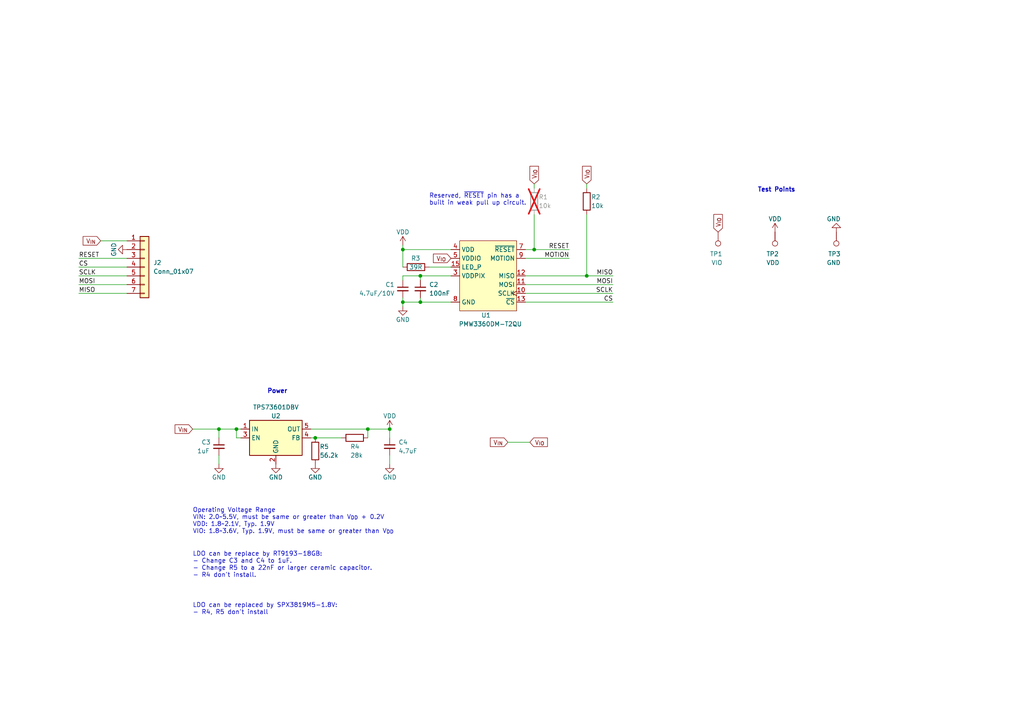
<source format=kicad_sch>
(kicad_sch (version 20231120) (generator "eeschema") (generator_version "8.0")
  (paper "A4")
  (title_block (title "PMW3389 PCB") (date "2023-06-29") (rev "P.0") (company "SideraKB/svofski") (comment 1 "MIT License, Open Source Hardware") (comment 2 "PMW3360DM-T2QU optical mouse sensor breakout board") (comment 3 "2.54mm Pin Header"))
  (lib_symbols
    (symbol "Connector:TestPoint" (pin_numbers hide) (pin_names (offset 0.762) hide)
      (property "Reference" "TP" (at 0 6.858 0))
      (property "Value" "TestPoint" (at 0 5.08 0))
      (symbol "TestPoint_0_1"
        (circle (center 0 3.302) (radius 0.762))
      )
      (symbol "TestPoint_1_1"
        (pin passive line (at 0 0 90) (length 2.54) (name "1") (number "1"))
      )
    )
    (symbol "Connector_Generic:Conn_01x07" (pin_names (offset 1.016) hide)
      (property "Reference" "J" (at 0 10.16 0))
      (property "Value" "Conn_01x07" (at 0 -10.16 0))
      (symbol "Conn_01x07_1_1"
        (rectangle (start -1.27 -7.493) (end 0 -7.747) (stroke (width 0.1524)))
        (rectangle (start -1.27 -4.953) (end 0 -5.207) (stroke (width 0.1524)))
        (rectangle (start -1.27 -2.413) (end 0 -2.667) (stroke (width 0.1524)))
        (rectangle (start -1.27 0.127) (end 0 -0.127) (stroke (width 0.1524)))
        (rectangle (start -1.27 2.667) (end 0 2.413) (stroke (width 0.1524)))
        (rectangle (start -1.27 5.207) (end 0 4.953) (stroke (width 0.1524)))
        (rectangle (start -1.27 7.747) (end 0 7.493) (stroke (width 0.1524)))
        (rectangle (start -1.27 8.89) (end 1.27 -8.89) (stroke (width 0.254)) (fill (type background)))
        (pin passive line (at -5.08 7.62 0) (length 3.81) (name "Pin_1") (number "1"))
        (pin passive line (at -5.08 5.08 0) (length 3.81) (name "Pin_2") (number "2"))
        (pin passive line (at -5.08 2.54 0) (length 3.81) (name "Pin_3") (number "3"))
        (pin passive line (at -5.08 0 0) (length 3.81) (name "Pin_4") (number "4"))
        (pin passive line (at -5.08 -2.54 0) (length 3.81) (name "Pin_5") (number "5"))
        (pin passive line (at -5.08 -5.08 0) (length 3.81) (name "Pin_6") (number "6"))
        (pin passive line (at -5.08 -7.62 0) (length 3.81) (name "Pin_7") (number "7"))
      )
    )
    (symbol "Device:C_Small" (pin_numbers hide) (pin_names (offset 0.254) hide)
      (property "Reference" "C" (at 0.254 1.778 0))
      (property "Value" "C_Small" (at 0.254 -2.032 0))
      (symbol "C_Small_0_1"
        (polyline (pts (xy -1.524 -0.508) (xy 1.524 -0.508)) (stroke (width 0.3302)))
        (polyline (pts (xy -1.524 0.508) (xy 1.524 0.508)) (stroke (width 0.3048)))
      )
      (symbol "C_Small_1_1"
        (pin passive line (at 0 2.54 270) (length 2.032) (name "~") (number "1"))
        (pin passive line (at 0 -2.54 90) (length 2.032) (name "~") (number "2"))
      )
    )
    (symbol "Device:R" (pin_numbers hide) (pin_names (offset 0))
      (property "Reference" "R" (at 2.032 0 90))
      (property "Value" "R" (at 0 0 90))
      (symbol "R_0_1"
        (rectangle (start -1.016 -2.54) (end 1.016 2.54) (stroke (width 0.254)))
      )
      (symbol "R_1_1"
        (pin passive line (at 0 3.81 270) (length 1.27) (name "~") (number "1"))
        (pin passive line (at 0 -3.81 90) (length 1.27) (name "~") (number "2"))
      )
    )
    (symbol "PMW3360_PCB:PMW3360DM-T2QU"
      (property "Reference" "U?" (at -6.35 -13.97 0))
      (property "Value" "PMW3360DM-T2QU" (at 1.27 -11.43 0))
      (symbol "PMW3360DM-T2QU_0_1"
        (rectangle (start -7.62 10.16) (end 8.89 -10.16) (fill (type background)))
      )
      (symbol "PMW3360DM-T2QU_1_1"
        (pin no_connect line (at -1.27 13.97 180) (length 2.54) hide (name "NC") (number "1"))
        (pin input clock (at 11.43 -5.08 180) (length 2.54) (name "SCLK") (number "10"))
        (pin input line (at 11.43 -2.54 180) (length 2.54) (name "MOSI") (number "11"))
        (pin output line (at 11.43 0 180) (length 2.54) (name "MISO") (number "12"))
        (pin input line (at 11.43 -7.62 180) (length 2.54) (name "~{CS}") (number "13"))
        (pin no_connect inverted (at -1.27 19.05 180) (length 2.54) hide (name "NC") (number "14"))
        (pin power_in line (at -10.16 2.54 0) (length 2.54) (name "LED_P") (number "15"))
        (pin no_connect line (at -1.27 21.59 180) (length 2.54) hide (name "NC") (number "16"))
        (pin no_connect line (at -1.27 16.51 180) (length 2.54) hide (name "NC") (number "2"))
        (pin power_out line (at -10.16 0 0) (length 2.54) (name "VDDPIX") (number "3"))
        (pin power_in line (at -10.16 7.62 0) (length 2.54) (name "VDD") (number "4"))
        (pin power_in line (at -10.16 5.08 0) (length 2.54) (name "VDDIO") (number "5"))
        (pin no_connect line (at -1.27 11.43 180) (length 2.54) hide (name "NC") (number "6"))
        (pin input line (at 11.43 7.62 180) (length 2.54) (name "~{RESET}") (number "7"))
        (pin power_in line (at -10.16 -7.62 0) (length 2.54) (name "GND") (number "8"))
        (pin output line (at 11.43 5.08 180) (length 2.54) (name "MOTION") (number "9"))
      )
    )
    (symbol "Regulator_Linear:TPS73601DBV"
      (property "Reference" "U" (at -6.35 6.35 0))
      (property "Value" "TPS73601DBV" (at 0 6.35 0))
      (symbol "TPS73601DBV_0_1"
        (rectangle (start -7.62 -5.08) (end 7.62 5.08) (stroke (width 0.254)) (fill (type background)))
      )
      (symbol "TPS73601DBV_1_1"
        (pin power_in line (at -10.16 2.54 0) (length 2.54) (name "IN") (number "1"))
        (pin power_in line (at 0 -7.62 90) (length 2.54) (name "GND") (number "2"))
        (pin input line (at -10.16 0 0) (length 2.54) (name "EN") (number "3"))
        (pin input line (at 10.16 0 180) (length 2.54) (name "FB") (number "4"))
        (pin power_out line (at 10.16 2.54 180) (length 2.54) (name "OUT") (number "5"))
      )
    )
    (symbol "power:GND" (power) (pin_names (offset 0))
      (property "Value" "GND" (at 0 -3.81 0))
      (symbol "GND_0_1"
        (polyline (pts (xy 0 0) (xy 0 -1.27) (xy 1.27 -1.27) (xy 0 -2.54) (xy -1.27 -1.27) (xy 0 -1.27)))
      )
      (symbol "GND_1_1"
        (pin power_in line (at 0 0 270) (length 0) hide (name "GND") (number "1"))
      )
    )
    (symbol "power:VDD" (power) (pin_names (offset 0))
      (property "Value" "VDD" (at 0 3.81 0))
      (symbol "VDD_0_1"
        (polyline (pts (xy -0.762 1.27) (xy 0 2.54)))
        (polyline (pts (xy 0 0) (xy 0 2.54)))
        (polyline (pts (xy 0 2.54) (xy 0.762 1.27)))
      )
      (symbol "VDD_1_1"
        (pin power_in line (at 0 0 90) (length 0) hide (name "VDD") (number "1"))
      )
    )
  )
  (junction (at 63.5 124.46))
  (junction (at 91.44 127))
  (junction (at 170.18 80.01))
  (junction (at 106.68 124.46))
  (junction (at 121.92 87.63))
  (junction (at 68.58 124.46))
  (junction (at 121.92 80.01))
  (junction (at 113.03 124.46))
  (junction (at 116.84 72.39))
  (junction (at 154.94 72.39))
  (junction (at 116.84 87.63))
  (wire (pts (xy 22.86 82.55) (xy 36.83 82.55)))
  (wire (pts (xy 154.94 54.61) (xy 154.94 53.34)))
  (wire (pts (xy 63.5 127) (xy 63.5 124.46)))
  (wire (pts (xy 121.92 87.63) (xy 130.81 87.63)))
  (wire (pts (xy 121.92 81.28) (xy 121.92 80.01)))
  (wire (pts (xy 69.85 127) (xy 68.58 127)))
  (wire (pts (xy 113.03 134.62) (xy 113.03 132.08)))
  (wire (pts (xy 154.94 62.23) (xy 154.94 72.39)))
  (wire (pts (xy 106.68 124.46) (xy 113.03 124.46)))
  (wire (pts (xy 154.94 72.39) (xy 165.1 72.39)))
  (wire (pts (xy 152.4 72.39) (xy 154.94 72.39)))
  (wire (pts (xy 152.4 85.09) (xy 177.8 85.09)))
  (wire (pts (xy 22.86 77.47) (xy 36.83 77.47)))
  (wire (pts (xy 116.84 80.01) (xy 116.84 81.28)))
  (wire (pts (xy 116.84 71.12) (xy 116.84 72.39)))
  (wire (pts (xy 152.4 74.93) (xy 165.1 74.93)))
  (wire (pts (xy 170.18 62.23) (xy 170.18 80.01)))
  (wire (pts (xy 63.5 134.62) (xy 63.5 132.08)))
  (wire (pts (xy 106.68 124.46) (xy 106.68 127)))
  (wire (pts (xy 29.21 69.85) (xy 36.83 69.85)))
  (wire (pts (xy 121.92 86.36) (xy 121.92 87.63)))
  (wire (pts (xy 68.58 124.46) (xy 69.85 124.46)))
  (wire (pts (xy 121.92 80.01) (xy 130.81 80.01)))
  (wire (pts (xy 170.18 80.01) (xy 177.8 80.01)))
  (wire (pts (xy 68.58 124.46) (xy 68.58 127)))
  (wire (pts (xy 63.5 124.46) (xy 68.58 124.46)))
  (wire (pts (xy 152.4 87.63) (xy 177.8 87.63)))
  (wire (pts (xy 116.84 72.39) (xy 130.81 72.39)))
  (wire (pts (xy 22.86 80.01) (xy 36.83 80.01)))
  (wire (pts (xy 116.84 80.01) (xy 121.92 80.01)))
  (wire (pts (xy 22.86 85.09) (xy 36.83 85.09)))
  (wire (pts (xy 22.86 74.93) (xy 36.83 74.93)))
  (wire (pts (xy 116.84 87.63) (xy 116.84 88.9)))
  (wire (pts (xy 99.06 127) (xy 91.44 127)))
  (wire (pts (xy 113.03 127) (xy 113.03 124.46)))
  (wire (pts (xy 152.4 80.01) (xy 170.18 80.01)))
  (wire (pts (xy 116.84 72.39) (xy 116.84 77.47)))
  (wire (pts (xy 116.84 87.63) (xy 121.92 87.63)))
  (wire (pts (xy 124.46 77.47) (xy 130.81 77.47)))
  (wire (pts (xy 90.17 124.46) (xy 106.68 124.46)))
  (wire (pts (xy 147.32 128.27) (xy 153.67 128.27)))
  (wire (pts (xy 91.44 127) (xy 90.17 127)))
  (wire (pts (xy 152.4 82.55) (xy 177.8 82.55)))
  (wire (pts (xy 116.84 87.63) (xy 116.84 86.36)))
  (wire (pts (xy 170.18 54.61) (xy 170.18 53.34)))
  (wire (pts (xy 55.88 124.46) (xy 63.5 124.46)))
  (text "Reserved, ~{RESET} pin has a \nbuilt in weak pull up circuit." (at 124.46 59.69 0) (effects (font (size 1.27 1.27)) (justify left bottom)))
  (text "LDO can be replaced by SPX3819M5-1.8V:\n- R4, R5 don't install" (at 55.88 178.435 0) (effects (font (size 1.27 1.27)) (justify left bottom)))
  (text "Operating Voltage Range\nVIN: 2.0~5.5V, must be same or greater than V_{DD} + 0.2V\nVDD: 1.8~2.1V, Typ. 1.9V\nVIO: 1.8~3.6V, Typ. 1.9V, must be same or greater than V_{DD}" (at 55.88 154.94 0) (effects (font (size 1.27 1.27)) (justify left bottom)))
  (text "LDO can be replace by RT9193-18GB:\n- Change C3 and C4 to 1uF.\n- Change R5 to a 22nF or larger ceramic capacitor.\n- R4 don't install." (at 55.88 167.64 0) (effects (font (size 1.27 1.27)) (justify left bottom)))
  (text "Test Points" (at 219.71 55.88 0) (effects (font (size 1.27 1.27) (thickness 0.254) (bold yes)) (justify left bottom)))
  (text "Power" (at 77.47 114.3 0) (effects (font (size 1.27 1.27) (thickness 0.254) (bold yes)) (justify left bottom)))
  (label "SCLK" (at 177.8 85.09 180))
  (label "MOSI" (at 22.86 82.55 0))
  (label "RESET" (at 165.1 72.39 180))
  (label "MOSI" (at 177.8 82.55 180))
  (label "SCLK" (at 22.86 80.01 0))
  (label "MOTION" (at 165.1 74.93 180))
  (label "CS" (at 22.86 77.47 0))
  (label "MISO" (at 22.86 85.09 0))
  (label "MISO" (at 177.8 80.01 180))
  (label "RESET" (at 22.86 74.93 0))
  (label "CS" (at 177.8 87.63 180))
  (global_label "V_{IO}" (shape input) (at 154.94 53.34 90) (property "Intersheetrefs" "${INTERSHEET_REFS}" (effects (hide yes))))
  (global_label "V_{IO}" (shape input) (at 153.67 128.27 0) (property "Intersheetrefs" "${INTERSHEET_REFS}" (effects (hide yes))))
  (global_label "V_{IN}" (shape input) (at 147.32 128.27 180) (property "Intersheetrefs" "${INTERSHEET_REFS}" (effects (hide yes))))
  (global_label "V_{IO}" (shape input) (at 208.28 67.31 90) (property "Intersheetrefs" "${INTERSHEET_REFS}" (effects (hide yes))))
  (global_label "V_{IN}" (shape input) (at 55.88 124.46 180) (property "Intersheetrefs" "${INTERSHEET_REFS}" (effects (hide yes))))
  (global_label "V_{IO}" (shape input) (at 130.81 74.93 180) (property "Intersheetrefs" "${INTERSHEET_REFS}" (effects (hide yes))))
  (global_label "V_{IN}" (shape input) (at 29.21 69.85 180) (property "Intersheetrefs" "${INTERSHEET_REFS}" (effects (hide yes))))
  (global_label "V_{IO}" (shape input) (at 170.18 53.34 90) (property "Intersheetrefs" "${INTERSHEET_REFS}" (effects (hide yes))))
  (symbol (lib_id "power:GND") (at 80.01 134.62 0) (unit 1)
    (property "Reference" "#PWR013" (effects (hide yes)))
    (property "Value" "GND" (at 80.01 138.43 0))
  )
  (symbol (lib_id "PMW3360_PCB:PMW3360DM-T2QU") (at 140.97 80.01 0) (unit 1)
    (property "Reference" "U1" (at 140.97 91.44 0))
    (property "Value" "PMW3360DM-T2QU" (at 142.24 93.98 0))
    (property "Footprint" "PMW3360_PCB:PMW3360DM-T2QU 16Pin" (effects (hide yes)))
    (property "Datasheet" "https://www.pixart.com/products-detail/tw/10/PMW3360DM-T2QU" (effects (hide yes)))
  )
  (symbol (lib_id "Connector:TestPoint") (at 224.79 67.31 180) (unit 1)
    (property "Reference" "TP2" (at 222.25 73.66 0) (effects (justify right)))
    (property "Value" "VDD" (at 222.25 76.2 0) (effects (justify right)))
    (property "Footprint" "TestPoint:TestPoint_Pad_D1.5mm" (effects (hide yes)))
  )
  (symbol (lib_id "Connector_Generic:Conn_01x07") (at 41.91 77.47 0) (unit 1)
    (property "Reference" "J2" (at 44.45 76.2 0) (effects (justify left)))
    (property "Value" "Conn_01x07" (at 44.45 78.74 0) (effects (justify left)))
    (property "Footprint" "PCB_Edge_Connectors:EDGE-2.54-7x" (effects (hide yes)))
  )
  (symbol (lib_id "Device:C_Small") (at 63.5 129.54 0) (unit 1)
    (property "Reference" "C3" (at 58.42 128.27 0) (effects (justify left)))
    (property "Value" "1uF" (at 57.15 130.81 0) (effects (justify left)))
    (property "Footprint" "Capacitor_SMD:C_0603_1608Metric_Pad1.08x0.95mm_HandSolder" (effects (hide yes)))
  )
  (symbol (lib_id "Regulator_Linear:TPS73601DBV") (at 80.01 127 0) (unit 1)
    (property "Reference" "U2" (at 80.01 120.65 0))
    (property "Value" "TPS73601DBV" (at 80.01 118.11 0))
    (property "Footprint" "Package_TO_SOT_SMD:SOT-23-5" (effects (hide yes)))
    (property "Datasheet" "http://www.ti.com/lit/ds/symlink/tps736.pdf" (effects (hide yes)))
  )
  (symbol (lib_id "Connector:TestPoint") (at 208.28 67.31 180) (unit 1)
    (property "Reference" "TP1" (at 209.55 73.66 0) (effects (justify left)))
    (property "Value" "VIO" (at 209.55 76.2 0) (effects (justify left)))
    (property "Footprint" "TestPoint:TestPoint_Pad_D1.5mm" (effects (hide yes)))
  )
  (symbol (lib_id "power:VDD") (at 113.03 124.46 0) (unit 1)
    (property "Reference" "#PWR011" (effects (hide yes)))
    (property "Value" "VDD" (at 113.03 120.65 0))
  )
  (symbol (lib_id "Device:C_Small") (at 121.92 83.82 0) (unit 1)
    (property "Reference" "C2" (at 124.46 82.55 0) (effects (justify left)))
    (property "Value" "100nF" (at 124.46 85.09 0) (effects (justify left)))
    (property "Footprint" "Capacitor_SMD:C_0603_1608Metric_Pad1.08x0.95mm_HandSolder" (effects (hide yes)))
  )
  (symbol (lib_id "Device:R") (at 170.18 58.42 0) (unit 1)
    (property "Reference" "R2" (at 171.45 57.15 0) (effects (justify left)))
    (property "Value" "10k" (at 171.45 59.69 0) (effects (justify left)))
    (property "Footprint" "Resistor_SMD:R_0603_1608Metric_Pad0.98x0.95mm_HandSolder" (effects (hide yes)))
  )
  (symbol (lib_id "power:VDD") (at 116.84 71.12 0) (unit 1)
    (property "Reference" "#PWR03" (effects (hide yes)))
    (property "Value" "VDD" (at 116.84 67.31 0))
  )
  (symbol (lib_id "power:GND") (at 242.57 67.31 180) (unit 1)
    (property "Reference" "#PWR02" (effects (hide yes)))
    (property "Value" "GND" (at 243.84 63.5 0) (effects (justify left)))
  )
  (symbol (lib_id "Device:C_Small") (at 113.03 129.54 0) (unit 1)
    (property "Reference" "C4" (at 115.57 128.2763 0) (effects (justify left)))
    (property "Value" "4.7uF" (at 115.57 130.8163 0) (effects (justify left)))
    (property "Footprint" "Capacitor_SMD:C_0603_1608Metric_Pad1.08x0.95mm_HandSolder" (effects (hide yes)))
  )
  (symbol (lib_id "Device:R") (at 102.87 127 270) (unit 1)
    (property "Reference" "R4" (at 101.6 129.54 90) (effects (justify left)))
    (property "Value" "28k" (at 101.6 132.08 90) (effects (justify left)))
    (property "Footprint" "Resistor_SMD:R_0603_1608Metric_Pad0.98x0.95mm_HandSolder" (effects (hide yes)))
  )
  (symbol (lib_id "Device:R") (at 91.44 130.81 0) (unit 1)
    (property "Reference" "R5" (at 92.71 129.54 0) (effects (justify left)))
    (property "Value" "56.2k" (at 92.71 132.08 0) (effects (justify left)))
    (property "Footprint" "Resistor_SMD:R_0603_1608Metric_Pad0.98x0.95mm_HandSolder" (effects (hide yes)))
  )
  (symbol (lib_id "power:GND") (at 63.5 134.62 0) (unit 1)
    (property "Reference" "#PWR012" (effects (hide yes)))
    (property "Value" "GND" (at 63.5 138.43 0))
  )
  (symbol (lib_id "power:GND") (at 116.84 88.9 0) (unit 1)
    (property "Reference" "#PWR05" (effects (hide yes)))
    (property "Value" "GND" (at 116.84 92.71 0))
  )
  (symbol (lib_id "power:VDD") (at 224.79 67.31 0) (unit 1)
    (property "Reference" "#PWR01" (effects (hide yes)))
    (property "Value" "VDD" (at 224.79 63.5 0))
  )
  (symbol (lib_id "power:GND") (at 91.44 134.62 0) (unit 1)
    (property "Reference" "#PWR014" (effects (hide yes)))
    (property "Value" "GND" (at 91.44 138.43 0))
  )
  (symbol (lib_id "Device:R") (at 120.65 77.47 90) (unit 1)
    (property "Reference" "R3" (at 121.92 74.93 90) (effects (justify left)))
    (property "Value" "39R" (at 122.555 77.47 90) (effects (justify left)))
    (property "Footprint" "Resistor_SMD:R_0603_1608Metric_Pad0.98x0.95mm_HandSolder" (effects (hide yes)))
  )
  (symbol (lib_id "Device:C_Small") (at 116.84 83.82 0) (unit 1)
    (property "Reference" "C1" (at 111.76 82.55 0) (effects (justify left)))
    (property "Value" "4.7uF/10V" (at 104.14 85.09 0) (effects (justify left)))
    (property "Footprint" "Capacitor_SMD:C_0603_1608Metric_Pad1.08x0.95mm_HandSolder" (effects (hide yes)))
  )
  (symbol (lib_id "power:GND") (at 113.03 134.62 0) (unit 1)
    (property "Reference" "#PWR015" (effects (hide yes)))
    (property "Value" "GND" (at 113.03 138.43 0))
  )
  (symbol (lib_id "Device:R") (at 154.94 58.42 0) (unit 1) (dnp yes)
    (property "Reference" "R1" (at 156.21 57.15 0) (effects (justify left)))
    (property "Value" "10k" (at 156.21 59.69 0) (effects (justify left)))
    (property "Footprint" "Resistor_SMD:R_0603_1608Metric_Pad0.98x0.95mm_HandSolder" (effects (hide yes)))
  )
  (symbol (lib_id "Connector:TestPoint") (at 242.57 67.31 180) (unit 1)
    (property "Reference" "TP3" (at 243.84 73.66 0) (effects (justify left)))
    (property "Value" "GND" (at 243.84 76.2 0) (effects (justify left)))
    (property "Footprint" "TestPoint:TestPoint_Pad_D1.5mm" (effects (hide yes)))
  )
  (symbol (lib_id "power:GND") (at 36.83 72.39 270) (unit 1)
    (property "Reference" "#PWR06" (effects (hide yes)))
    (property "Value" "GND" (at 33.02 72.39 0))
  )
)
</source>
